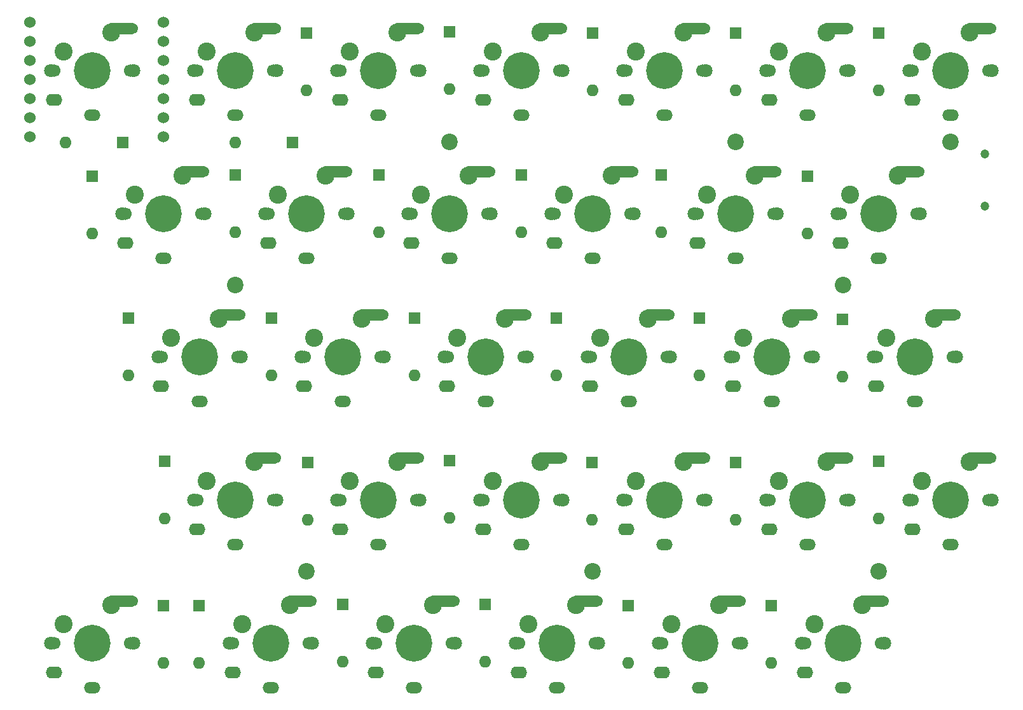
<source format=gbr>
%TF.GenerationSoftware,KiCad,Pcbnew,(7.0.0)*%
%TF.CreationDate,2023-02-28T11:22:52+09:00*%
%TF.ProjectId,sgkb,73676b62-2e6b-4696-9361-645f70636258,rev?*%
%TF.SameCoordinates,Original*%
%TF.FileFunction,Soldermask,Bot*%
%TF.FilePolarity,Negative*%
%FSLAX46Y46*%
G04 Gerber Fmt 4.6, Leading zero omitted, Abs format (unit mm)*
G04 Created by KiCad (PCBNEW (7.0.0)) date 2023-02-28 11:22:52*
%MOMM*%
%LPD*%
G01*
G04 APERTURE LIST*
G04 Aperture macros list*
%AMHorizOval*
0 Thick line with rounded ends*
0 $1 width*
0 $2 $3 position (X,Y) of the first rounded end (center of the circle)*
0 $4 $5 position (X,Y) of the second rounded end (center of the circle)*
0 Add line between two ends*
20,1,$1,$2,$3,$4,$5,0*
0 Add two circle primitives to create the rounded ends*
1,1,$1,$2,$3*
1,1,$1,$4,$5*%
G04 Aperture macros list end*
%ADD10C,1.800000*%
%ADD11C,1.700000*%
%ADD12C,4.900000*%
%ADD13O,2.200000X1.600000*%
%ADD14C,2.400000*%
%ADD15O,2.200000X1.500000*%
%ADD16HorizOval,1.500000X1.449945X0.012653X-1.449945X-0.012653X0*%
%ADD17R,1.600000X1.600000*%
%ADD18O,1.600000X1.600000*%
%ADD19C,2.200000*%
%ADD20C,1.200000*%
%ADD21C,1.524000*%
G04 APERTURE END LIST*
D10*
%TO.C,SW32*%
X70700000Y-128587500D03*
D11*
X71120000Y-128587500D03*
D12*
X76200000Y-128587500D03*
D11*
X81280000Y-128587500D03*
D10*
X81700000Y-128587500D03*
D13*
X71099999Y-132487499D03*
D14*
X72390000Y-126047500D03*
D15*
X76199999Y-134487499D03*
D14*
X78740000Y-123507500D03*
D16*
X80100041Y-123047098D03*
%TD*%
D10*
%TO.C,SW43*%
X94512500Y-147637500D03*
D11*
X94932500Y-147637500D03*
D12*
X100012500Y-147637500D03*
D11*
X105092500Y-147637500D03*
D10*
X105512500Y-147637500D03*
D13*
X94912499Y-151537499D03*
D14*
X96202500Y-145097500D03*
D15*
X100012499Y-153537499D03*
D14*
X102552500Y-142557500D03*
D16*
X103912541Y-142097098D03*
%TD*%
D17*
%TO.C,D41*%
X66674999Y-142620999D03*
D18*
X66674999Y-150240999D03*
%TD*%
D17*
%TO.C,D35*%
X123697999Y-123570999D03*
D18*
X123697999Y-131190999D03*
%TD*%
D10*
%TO.C,SW13*%
X80225000Y-90487500D03*
D11*
X80645000Y-90487500D03*
D12*
X85725000Y-90487500D03*
D11*
X90805000Y-90487500D03*
D10*
X91225000Y-90487500D03*
D13*
X80624999Y-94387499D03*
D14*
X81915000Y-87947500D03*
D15*
X85724999Y-96387499D03*
D14*
X88265000Y-85407500D03*
D16*
X89625041Y-84947098D03*
%TD*%
D10*
%TO.C,SW41*%
X51650000Y-147637500D03*
D11*
X52070000Y-147637500D03*
D12*
X57150000Y-147637500D03*
D11*
X62230000Y-147637500D03*
D10*
X62650000Y-147637500D03*
D13*
X52049999Y-151537499D03*
D14*
X53340000Y-145097500D03*
D15*
X57149999Y-153537499D03*
D14*
X59690000Y-142557500D03*
D16*
X61050041Y-142097098D03*
%TD*%
D17*
%TO.C,D8*%
X161924999Y-66420999D03*
D18*
X161924999Y-74040999D03*
%TD*%
D17*
%TO.C,D43*%
X90550999Y-142493999D03*
D18*
X90550999Y-150113999D03*
%TD*%
D10*
%TO.C,SW34*%
X108800000Y-128587500D03*
D11*
X109220000Y-128587500D03*
D12*
X114300000Y-128587500D03*
D11*
X119380000Y-128587500D03*
D10*
X119800000Y-128587500D03*
D13*
X109199999Y-132487499D03*
D14*
X110490000Y-126047500D03*
D15*
X114299999Y-134487499D03*
D14*
X116840000Y-123507500D03*
D16*
X118200041Y-123047098D03*
%TD*%
D10*
%TO.C,SW27*%
X161187500Y-109537500D03*
D11*
X161607500Y-109537500D03*
D12*
X166687500Y-109537500D03*
D11*
X171767500Y-109537500D03*
D10*
X172187500Y-109537500D03*
D13*
X161587499Y-113437499D03*
D14*
X162877500Y-106997500D03*
D15*
X166687499Y-115437499D03*
D14*
X169227500Y-104457500D03*
D16*
X170587541Y-103997098D03*
%TD*%
D17*
%TO.C,D32*%
X66801999Y-123443999D03*
D18*
X66801999Y-131063999D03*
%TD*%
D17*
%TO.C,D45*%
X128523999Y-142620999D03*
D18*
X128523999Y-150240999D03*
%TD*%
D17*
%TO.C,D3*%
X83819999Y-81025999D03*
D18*
X76199999Y-81025999D03*
%TD*%
D10*
%TO.C,SW25*%
X123087500Y-109537500D03*
D11*
X123507500Y-109537500D03*
D12*
X128587500Y-109537500D03*
D11*
X133667500Y-109537500D03*
D10*
X134087500Y-109537500D03*
D13*
X123487499Y-113437499D03*
D14*
X124777500Y-106997500D03*
D15*
X128587499Y-115437499D03*
D14*
X131127500Y-104457500D03*
D16*
X132487541Y-103997098D03*
%TD*%
D10*
%TO.C,SW6*%
X127850000Y-71437500D03*
D11*
X128270000Y-71437500D03*
D12*
X133350000Y-71437500D03*
D11*
X138430000Y-71437500D03*
D10*
X138850000Y-71437500D03*
D13*
X128249999Y-75337499D03*
D14*
X129540000Y-68897500D03*
D15*
X133349999Y-77337499D03*
D14*
X135890000Y-66357500D03*
D16*
X137250041Y-65897098D03*
%TD*%
D10*
%TO.C,SW4*%
X89750000Y-71437500D03*
D11*
X90170000Y-71437500D03*
D12*
X95250000Y-71437500D03*
D11*
X100330000Y-71437500D03*
D10*
X100750000Y-71437500D03*
D13*
X90149999Y-75337499D03*
D14*
X91440000Y-68897500D03*
D15*
X95249999Y-77337499D03*
D14*
X97790000Y-66357500D03*
D16*
X99150041Y-65897098D03*
%TD*%
D17*
%TO.C,D5*%
X104774999Y-66293999D03*
D18*
X104774999Y-73913999D03*
%TD*%
D17*
%TO.C,D22*%
X61975999Y-104393999D03*
D18*
X61975999Y-112013999D03*
%TD*%
D10*
%TO.C,SW7*%
X146900000Y-71437500D03*
D11*
X147320000Y-71437500D03*
D12*
X152400000Y-71437500D03*
D11*
X157480000Y-71437500D03*
D10*
X157900000Y-71437500D03*
D13*
X147299999Y-75337499D03*
D14*
X148590000Y-68897500D03*
D15*
X152399999Y-77337499D03*
D14*
X154940000Y-66357500D03*
D16*
X156300041Y-65897098D03*
%TD*%
D10*
%TO.C,SW17*%
X156425000Y-90487500D03*
D11*
X156845000Y-90487500D03*
D12*
X161925000Y-90487500D03*
D11*
X167005000Y-90487500D03*
D10*
X167425000Y-90487500D03*
D13*
X156824999Y-94387499D03*
D14*
X158115000Y-87947500D03*
D15*
X161924999Y-96387499D03*
D14*
X164465000Y-85407500D03*
D16*
X165825041Y-84947098D03*
%TD*%
D10*
%TO.C,SW24*%
X104037500Y-109537500D03*
D11*
X104457500Y-109537500D03*
D12*
X109537500Y-109537500D03*
D11*
X114617500Y-109537500D03*
D10*
X115037500Y-109537500D03*
D13*
X104437499Y-113437499D03*
D14*
X105727500Y-106997500D03*
D15*
X109537499Y-115437499D03*
D14*
X112077500Y-104457500D03*
D16*
X113437541Y-103997098D03*
%TD*%
D17*
%TO.C,D46*%
X147573999Y-142620999D03*
D18*
X147573999Y-150240999D03*
%TD*%
D10*
%TO.C,SW37*%
X165950000Y-128587500D03*
D11*
X166370000Y-128587500D03*
D12*
X171450000Y-128587500D03*
D11*
X176530000Y-128587500D03*
D10*
X176950000Y-128587500D03*
D13*
X166349999Y-132487499D03*
D14*
X167640000Y-126047500D03*
D15*
X171449999Y-134487499D03*
D14*
X173990000Y-123507500D03*
D16*
X175350041Y-123047098D03*
%TD*%
D19*
%TO.C,H1*%
X104775000Y-80962500D03*
%TD*%
D10*
%TO.C,SW12*%
X61175000Y-90487500D03*
D11*
X61595000Y-90487500D03*
D12*
X66675000Y-90487500D03*
D11*
X71755000Y-90487500D03*
D10*
X72175000Y-90487500D03*
D13*
X61574999Y-94387499D03*
D14*
X62865000Y-87947500D03*
D15*
X66674999Y-96387499D03*
D14*
X69215000Y-85407500D03*
D16*
X70575041Y-84947098D03*
%TD*%
D19*
%TO.C,H6*%
X76200000Y-100012500D03*
%TD*%
D17*
%TO.C,D6*%
X123824999Y-66420999D03*
D18*
X123824999Y-74040999D03*
%TD*%
D17*
%TO.C,D24*%
X100075999Y-104393999D03*
D18*
X100075999Y-112013999D03*
%TD*%
D19*
%TO.C,H5*%
X171450000Y-80962500D03*
%TD*%
D10*
%TO.C,SW23*%
X84987500Y-109537500D03*
D11*
X85407500Y-109537500D03*
D12*
X90487500Y-109537500D03*
D11*
X95567500Y-109537500D03*
D10*
X95987500Y-109537500D03*
D13*
X85387499Y-113437499D03*
D14*
X86677500Y-106997500D03*
D15*
X90487499Y-115437499D03*
D14*
X93027500Y-104457500D03*
D16*
X94387541Y-103997098D03*
%TD*%
D17*
%TO.C,D14*%
X95376999Y-85343999D03*
D18*
X95376999Y-92963999D03*
%TD*%
D19*
%TO.C,H3*%
X142875000Y-80962500D03*
%TD*%
D10*
%TO.C,SW33*%
X89750000Y-128587500D03*
D11*
X90170000Y-128587500D03*
D12*
X95250000Y-128587500D03*
D11*
X100330000Y-128587500D03*
D10*
X100750000Y-128587500D03*
D13*
X90149999Y-132487499D03*
D14*
X91440000Y-126047500D03*
D15*
X95249999Y-134487499D03*
D14*
X97790000Y-123507500D03*
D16*
X99150041Y-123047098D03*
%TD*%
D10*
%TO.C,SW15*%
X118325000Y-90487500D03*
D11*
X118745000Y-90487500D03*
D12*
X123825000Y-90487500D03*
D11*
X128905000Y-90487500D03*
D10*
X129325000Y-90487500D03*
D13*
X118724999Y-94387499D03*
D14*
X120015000Y-87947500D03*
D15*
X123824999Y-96387499D03*
D14*
X126365000Y-85407500D03*
D16*
X127725041Y-84947098D03*
%TD*%
D10*
%TO.C,SW46*%
X151662500Y-147637500D03*
D11*
X152082500Y-147637500D03*
D12*
X157162500Y-147637500D03*
D11*
X162242500Y-147637500D03*
D10*
X162662500Y-147637500D03*
D13*
X152062499Y-151537499D03*
D14*
X153352500Y-145097500D03*
D15*
X157162499Y-153537499D03*
D14*
X159702500Y-142557500D03*
D16*
X161062541Y-142097098D03*
%TD*%
D17*
%TO.C,D42*%
X71373999Y-142620999D03*
D18*
X71373999Y-150240999D03*
%TD*%
D10*
%TO.C,SW42*%
X75462500Y-147637500D03*
D11*
X75882500Y-147637500D03*
D12*
X80962500Y-147637500D03*
D11*
X86042500Y-147637500D03*
D10*
X86462500Y-147637500D03*
D13*
X75862499Y-151537499D03*
D14*
X77152500Y-145097500D03*
D15*
X80962499Y-153537499D03*
D14*
X83502500Y-142557500D03*
D16*
X84862541Y-142097098D03*
%TD*%
D10*
%TO.C,SW2*%
X51650000Y-71437500D03*
D11*
X52070000Y-71437500D03*
D12*
X57150000Y-71437500D03*
D11*
X62230000Y-71437500D03*
D10*
X62650000Y-71437500D03*
D13*
X52049999Y-75337499D03*
D14*
X53340000Y-68897500D03*
D15*
X57149999Y-77337499D03*
D14*
X59690000Y-66357500D03*
D16*
X61050041Y-65897098D03*
%TD*%
D17*
%TO.C,D13*%
X76199999Y-85343999D03*
D18*
X76199999Y-92963999D03*
%TD*%
D19*
%TO.C,H4*%
X161925000Y-138112500D03*
%TD*%
D10*
%TO.C,SW3*%
X70700000Y-71437500D03*
D11*
X71120000Y-71437500D03*
D12*
X76200000Y-71437500D03*
D11*
X81280000Y-71437500D03*
D10*
X81700000Y-71437500D03*
D13*
X71099999Y-75337499D03*
D14*
X72390000Y-68897500D03*
D15*
X76199999Y-77337499D03*
D14*
X78740000Y-66357500D03*
D16*
X80100041Y-65897098D03*
%TD*%
D17*
%TO.C,D12*%
X57149999Y-85470999D03*
D18*
X57149999Y-93090999D03*
%TD*%
D17*
%TO.C,D23*%
X81025999Y-104393999D03*
D18*
X81025999Y-112013999D03*
%TD*%
D17*
%TO.C,D36*%
X142874999Y-123570999D03*
D18*
X142874999Y-131190999D03*
%TD*%
D17*
%TO.C,D25*%
X118998999Y-104393999D03*
D18*
X118998999Y-112013999D03*
%TD*%
D17*
%TO.C,D4*%
X85724999Y-66420999D03*
D18*
X85724999Y-74040999D03*
%TD*%
D10*
%TO.C,SW26*%
X142137500Y-109537500D03*
D11*
X142557500Y-109537500D03*
D12*
X147637500Y-109537500D03*
D11*
X152717500Y-109537500D03*
D10*
X153137500Y-109537500D03*
D13*
X142537499Y-113437499D03*
D14*
X143827500Y-106997500D03*
D15*
X147637499Y-115437499D03*
D14*
X150177500Y-104457500D03*
D16*
X151537541Y-103997098D03*
%TD*%
D17*
%TO.C,D44*%
X109473999Y-142493999D03*
D18*
X109473999Y-150113999D03*
%TD*%
D10*
%TO.C,SW14*%
X99275000Y-90487500D03*
D11*
X99695000Y-90487500D03*
D12*
X104775000Y-90487500D03*
D11*
X109855000Y-90487500D03*
D10*
X110275000Y-90487500D03*
D13*
X99674999Y-94387499D03*
D14*
X100965000Y-87947500D03*
D15*
X104774999Y-96387499D03*
D14*
X107315000Y-85407500D03*
D16*
X108675041Y-84947098D03*
%TD*%
D10*
%TO.C,SW35*%
X127850000Y-128587500D03*
D11*
X128270000Y-128587500D03*
D12*
X133350000Y-128587500D03*
D11*
X138430000Y-128587500D03*
D10*
X138850000Y-128587500D03*
D13*
X128249999Y-132487499D03*
D14*
X129540000Y-126047500D03*
D15*
X133349999Y-134487499D03*
D14*
X135890000Y-123507500D03*
D16*
X137250041Y-123047098D03*
%TD*%
D10*
%TO.C,SW22*%
X65937500Y-109537500D03*
D11*
X66357500Y-109537500D03*
D12*
X71437500Y-109537500D03*
D11*
X76517500Y-109537500D03*
D10*
X76937500Y-109537500D03*
D13*
X66337499Y-113437499D03*
D14*
X67627500Y-106997500D03*
D15*
X71437499Y-115437499D03*
D14*
X73977500Y-104457500D03*
D16*
X75337541Y-103997098D03*
%TD*%
D10*
%TO.C,SW5*%
X108800000Y-71437500D03*
D11*
X109220000Y-71437500D03*
D12*
X114300000Y-71437500D03*
D11*
X119380000Y-71437500D03*
D10*
X119800000Y-71437500D03*
D13*
X109199999Y-75337499D03*
D14*
X110490000Y-68897500D03*
D15*
X114299999Y-77337499D03*
D14*
X116840000Y-66357500D03*
D16*
X118200041Y-65897098D03*
%TD*%
D17*
%TO.C,D33*%
X85851999Y-123570999D03*
D18*
X85851999Y-131190999D03*
%TD*%
D10*
%TO.C,SW16*%
X137375000Y-90487500D03*
D11*
X137795000Y-90487500D03*
D12*
X142875000Y-90487500D03*
D11*
X147955000Y-90487500D03*
D10*
X148375000Y-90487500D03*
D13*
X137774999Y-94387499D03*
D14*
X139065000Y-87947500D03*
D15*
X142874999Y-96387499D03*
D14*
X145415000Y-85407500D03*
D16*
X146775041Y-84947098D03*
%TD*%
D17*
%TO.C,D37*%
X161924999Y-123443999D03*
D18*
X161924999Y-131063999D03*
%TD*%
D10*
%TO.C,SW44*%
X113562500Y-147637500D03*
D11*
X113982500Y-147637500D03*
D12*
X119062500Y-147637500D03*
D11*
X124142500Y-147637500D03*
D10*
X124562500Y-147637500D03*
D13*
X113962499Y-151537499D03*
D14*
X115252500Y-145097500D03*
D15*
X119062499Y-153537499D03*
D14*
X121602500Y-142557500D03*
D16*
X122962541Y-142097098D03*
%TD*%
D17*
%TO.C,D34*%
X104774999Y-123316999D03*
D18*
X104774999Y-130936999D03*
%TD*%
D17*
%TO.C,D15*%
X114299999Y-85343999D03*
D18*
X114299999Y-92963999D03*
%TD*%
D10*
%TO.C,SW36*%
X146900000Y-128587500D03*
D11*
X147320000Y-128587500D03*
D12*
X152400000Y-128587500D03*
D11*
X157480000Y-128587500D03*
D10*
X157900000Y-128587500D03*
D13*
X147299999Y-132487499D03*
D14*
X148590000Y-126047500D03*
D15*
X152399999Y-134487499D03*
D14*
X154940000Y-123507500D03*
D16*
X156300041Y-123047098D03*
%TD*%
D17*
%TO.C,D16*%
X132968999Y-85343999D03*
D18*
X132968999Y-92963999D03*
%TD*%
D10*
%TO.C,SW45*%
X132612500Y-147637500D03*
D11*
X133032500Y-147637500D03*
D12*
X138112500Y-147637500D03*
D11*
X143192500Y-147637500D03*
D10*
X143612500Y-147637500D03*
D13*
X133012499Y-151537499D03*
D14*
X134302500Y-145097500D03*
D15*
X138112499Y-153537499D03*
D14*
X140652500Y-142557500D03*
D16*
X142012541Y-142097098D03*
%TD*%
D17*
%TO.C,D17*%
X152399999Y-85470999D03*
D18*
X152399999Y-93090999D03*
%TD*%
D10*
%TO.C,SW8*%
X165950000Y-71437500D03*
D11*
X166370000Y-71437500D03*
D12*
X171450000Y-71437500D03*
D11*
X176530000Y-71437500D03*
D10*
X176950000Y-71437500D03*
D13*
X166349999Y-75337499D03*
D14*
X167640000Y-68897500D03*
D15*
X171449999Y-77337499D03*
D14*
X173990000Y-66357500D03*
D16*
X175350041Y-65897098D03*
%TD*%
D17*
%TO.C,D27*%
X157098999Y-104520999D03*
D18*
X157098999Y-112140999D03*
%TD*%
D19*
%TO.C,H7*%
X85725000Y-138112500D03*
%TD*%
%TO.C,H8*%
X157162500Y-100012500D03*
%TD*%
D17*
%TO.C,D26*%
X138048999Y-104393999D03*
D18*
X138048999Y-112013999D03*
%TD*%
D17*
%TO.C,D2*%
X61213999Y-81025999D03*
D18*
X53593999Y-81025999D03*
%TD*%
D17*
%TO.C,D7*%
X142874999Y-66420999D03*
D18*
X142874999Y-74040999D03*
%TD*%
D19*
%TO.C,H2*%
X123825000Y-138112500D03*
%TD*%
D20*
%TO.C,J1*%
X176000000Y-89500000D03*
X176000000Y-82500000D03*
%TD*%
D21*
%TO.C,U1*%
X66675000Y-65024000D03*
X66675000Y-67564000D03*
X66675000Y-70104000D03*
X66675000Y-72644000D03*
X66675000Y-75184000D03*
X66675000Y-77724000D03*
X66675000Y-80264000D03*
X48895000Y-80264000D03*
X48895000Y-77724000D03*
X48895000Y-75184000D03*
X48895000Y-72644000D03*
X48895000Y-70104000D03*
X48895000Y-67564000D03*
X48895000Y-65024000D03*
%TD*%
M02*

</source>
